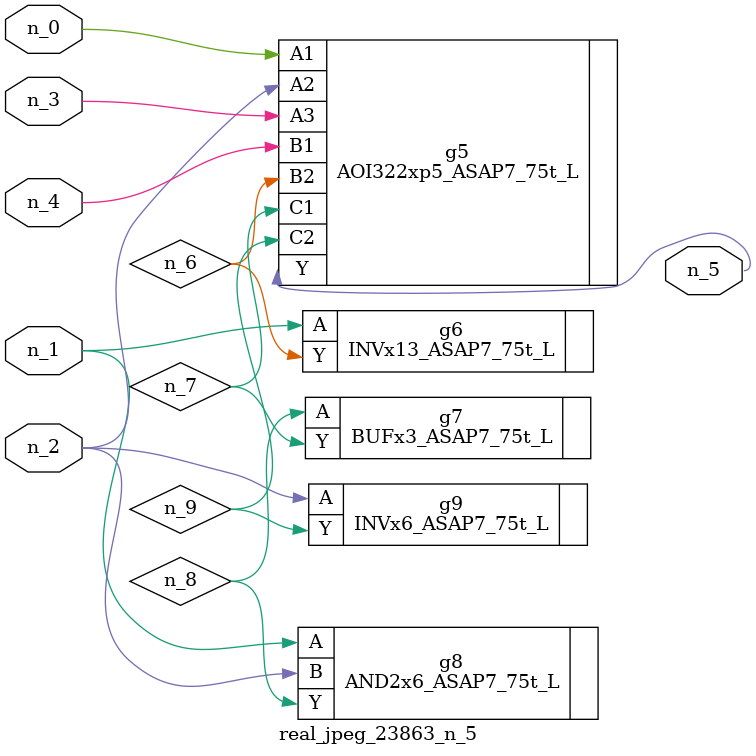
<source format=v>
module real_jpeg_23863_n_5 (n_4, n_0, n_1, n_2, n_3, n_5);

input n_4;
input n_0;
input n_1;
input n_2;
input n_3;

output n_5;

wire n_8;
wire n_6;
wire n_7;
wire n_9;

AOI322xp5_ASAP7_75t_L g5 ( 
.A1(n_0),
.A2(n_2),
.A3(n_3),
.B1(n_4),
.B2(n_6),
.C1(n_7),
.C2(n_9),
.Y(n_5)
);

INVx13_ASAP7_75t_L g6 ( 
.A(n_1),
.Y(n_6)
);

AND2x6_ASAP7_75t_L g8 ( 
.A(n_1),
.B(n_2),
.Y(n_8)
);

INVx6_ASAP7_75t_L g9 ( 
.A(n_2),
.Y(n_9)
);

BUFx3_ASAP7_75t_L g7 ( 
.A(n_8),
.Y(n_7)
);


endmodule
</source>
